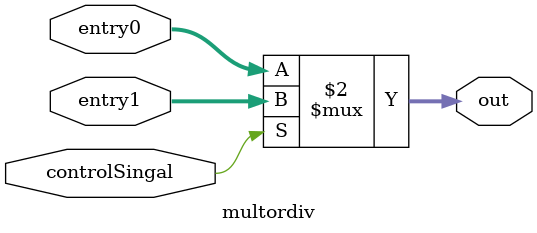
<source format=v>
module multordiv(input wire[31:0]entry0, entry1, input wire controlSingal, output wire [31:0] out);

    assign out = (controlSingal == 1'b0) ? entry0 : entry1;

endmodule
</source>
